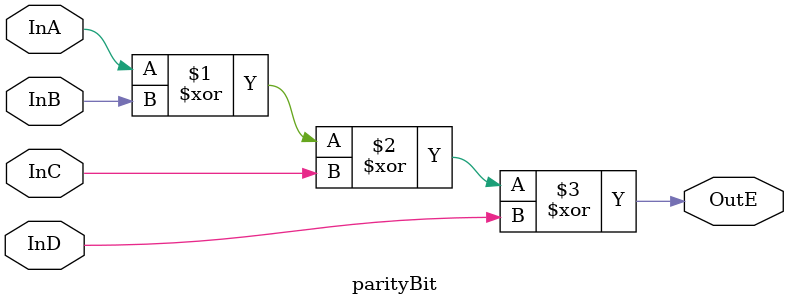
<source format=v>
`timescale 1ns / 1ps

module parityBit (InA, InB, InC, InD, OutE);
    input InA, InB, InC, InD;
    output OutE;

    assign OutE = InA^InB^InC^InD;
    
endmodule

</source>
